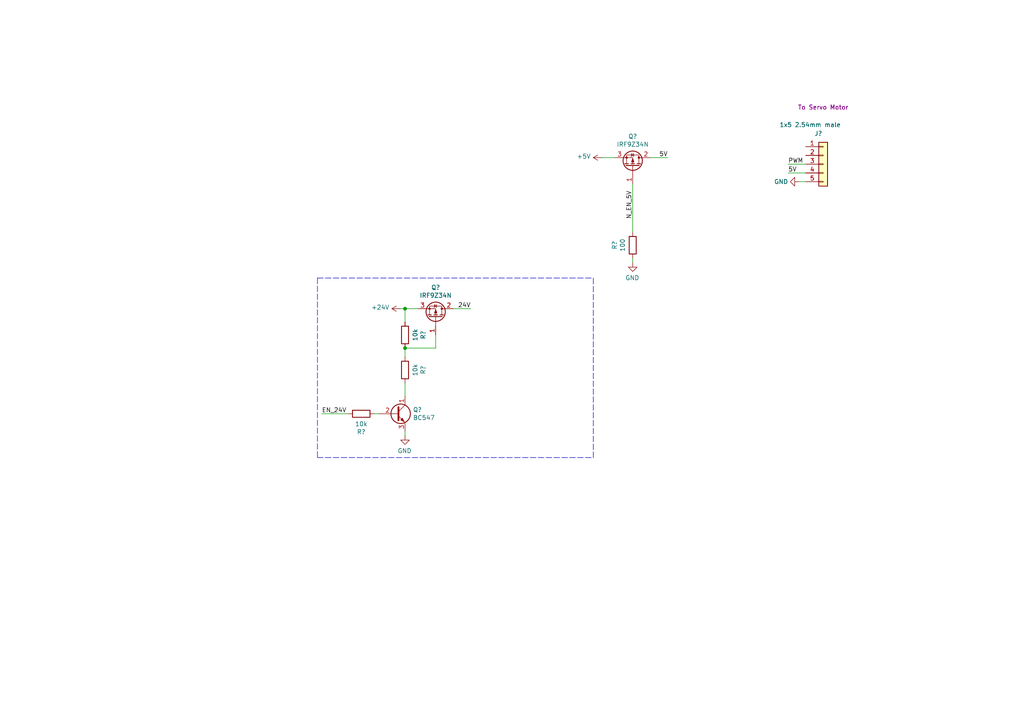
<source format=kicad_sch>
(kicad_sch (version 20211123) (generator eeschema)
  (paper "A4")
  (lib_symbols
    (symbol "Connector_Generic:Conn_01x05" (pin_names (offset 1.016) hide)
      (property "Reference" "J" (at 0 7.62 0))
      (property "Value" "Conn_01x05" (at 0 -7.62 0))
      (symbol "Conn_01x05_1_1"
        (rectangle (start -1.27 -4.953) (end 0 -5.207) (stroke (width 0.1524)))
        (rectangle (start -1.27 -2.413) (end 0 -2.667) (stroke (width 0.1524)))
        (rectangle (start -1.27 0.127) (end 0 -0.127) (stroke (width 0.1524)))
        (rectangle (start -1.27 2.667) (end 0 2.413) (stroke (width 0.1524)))
        (rectangle (start -1.27 5.207) (end 0 4.953) (stroke (width 0.1524)))
        (rectangle (start -1.27 6.35) (end 1.27 -6.35) (stroke (width 0.254)) (fill (type background)))
        (pin passive line (at -5.08 5.08 0) (length 3.81) (name "Pin_1") (number "1"))
        (pin passive line (at -5.08 2.54 0) (length 3.81) (name "Pin_2") (number "2"))
        (pin passive line (at -5.08 0 0) (length 3.81) (name "Pin_3") (number "3"))
        (pin passive line (at -5.08 -2.54 0) (length 3.81) (name "Pin_4") (number "4"))
        (pin passive line (at -5.08 -5.08 0) (length 3.81) (name "Pin_5") (number "5"))
      )
    )
    (symbol "Device:Q_PMOS_GDS" (pin_names (offset 0) hide)
      (property "Reference" "Q" (at 5.08 1.27 0))
      (property "Value" "Q_PMOS_GDS" (at 5.08 -1.27 0))
      (symbol "Q_PMOS_GDS_0_1"
        (polyline (pts (xy 0.254 0) (xy -2.54 0)))
        (polyline (pts (xy 0.254 1.905) (xy 0.254 -1.905)) (stroke (width 0.254)))
        (polyline (pts (xy 0.762 -1.27) (xy 0.762 -2.286)) (stroke (width 0.254)))
        (polyline (pts (xy 0.762 0.508) (xy 0.762 -0.508)) (stroke (width 0.254)))
        (polyline (pts (xy 0.762 2.286) (xy 0.762 1.27)) (stroke (width 0.254)))
        (polyline (pts (xy 2.54 2.54) (xy 2.54 1.778)))
        (polyline (pts (xy 2.54 -2.54) (xy 2.54 0) (xy 0.762 0)))
        (polyline (pts (xy 0.762 1.778) (xy 3.302 1.778) (xy 3.302 -1.778) (xy 0.762 -1.778)))
        (polyline (pts (xy 2.286 0) (xy 1.27 0.381) (xy 1.27 -0.381) (xy 2.286 0)) (fill (type outline)))
        (polyline (pts (xy 2.794 -0.508) (xy 2.921 -0.381) (xy 3.683 -0.381) (xy 3.81 -0.254)))
        (polyline (pts (xy 3.302 -0.381) (xy 2.921 0.254) (xy 3.683 0.254) (xy 3.302 -0.381)))
        (circle (center 1.651 0) (radius 2.794) (stroke (width 0.254)))
        (circle (center 2.54 -1.778) (radius 0.254) (fill (type outline)))
        (circle (center 2.54 1.778) (radius 0.254) (fill (type outline)))
      )
      (symbol "Q_PMOS_GDS_1_1"
        (pin input line (at -5.08 0 0) (length 2.54) (name "G") (number "1"))
        (pin passive line (at 2.54 5.08 270) (length 2.54) (name "D") (number "2"))
        (pin passive line (at 2.54 -5.08 90) (length 2.54) (name "S") (number "3"))
      )
    )
    (symbol "Device:R" (pin_numbers hide) (pin_names (offset 0))
      (property "Reference" "R" (at 2.032 0 90))
      (property "Value" "R" (at 0 0 90))
      (symbol "R_0_1"
        (rectangle (start -1.016 -2.54) (end 1.016 2.54) (stroke (width 0.254)))
      )
      (symbol "R_1_1"
        (pin passive line (at 0 3.81 270) (length 1.27) (name "~") (number "1"))
        (pin passive line (at 0 -3.81 90) (length 1.27) (name "~") (number "2"))
      )
    )
    (symbol "Transistor_BJT:BC547" (pin_names (offset 0) hide)
      (property "Reference" "Q" (at 5.08 1.905 0))
      (property "Value" "BC547" (at 5.08 0 0))
      (symbol "BC547_0_1"
        (polyline (pts (xy 0 0) (xy 0.635 0)))
        (polyline (pts (xy 0.635 0.635) (xy 2.54 2.54)))
        (polyline (pts (xy 0.635 -0.635) (xy 2.54 -2.54) (xy 2.54 -2.54)))
        (polyline (pts (xy 0.635 1.905) (xy 0.635 -1.905) (xy 0.635 -1.905)) (stroke (width 0.508)))
        (polyline (pts (xy 1.27 -1.778) (xy 1.778 -1.27) (xy 2.286 -2.286) (xy 1.27 -1.778) (xy 1.27 -1.778)) (fill (type outline)))
        (circle (center 1.27 0) (radius 2.8194) (stroke (width 0.254)))
      )
      (symbol "BC547_1_1"
        (pin passive line (at 2.54 5.08 270) (length 2.54) (name "C") (number "1"))
        (pin input line (at -5.08 0 0) (length 5.08) (name "B") (number "2"))
        (pin passive line (at 2.54 -5.08 90) (length 2.54) (name "E") (number "3"))
      )
    )
    (symbol "power:+24V" (power) (pin_names (offset 0))
      (property "Value" "+24V" (at 0 3.556 0))
      (symbol "+24V_0_1"
        (polyline (pts (xy -0.762 1.27) (xy 0 2.54)))
        (polyline (pts (xy 0 0) (xy 0 2.54)))
        (polyline (pts (xy 0 2.54) (xy 0.762 1.27)))
      )
      (symbol "+24V_1_1"
        (pin power_in line (at 0 0 90) (length 0) hide (name "+24V") (number "1"))
      )
    )
    (symbol "power:+5V" (power) (pin_names (offset 0))
      (property "Value" "+5V" (at 0 3.556 0))
      (symbol "+5V_0_1"
        (polyline (pts (xy -0.762 1.27) (xy 0 2.54)))
        (polyline (pts (xy 0 0) (xy 0 2.54)))
        (polyline (pts (xy 0 2.54) (xy 0.762 1.27)))
      )
      (symbol "+5V_1_1"
        (pin power_in line (at 0 0 90) (length 0) hide (name "+5V") (number "1"))
      )
    )
    (symbol "power:GND" (power) (pin_names (offset 0))
      (property "Value" "GND" (at 0 -3.81 0))
      (symbol "GND_0_1"
        (polyline (pts (xy 0 0) (xy 0 -1.27) (xy 1.27 -1.27) (xy 0 -2.54) (xy -1.27 -1.27) (xy 0 -1.27)))
      )
      (symbol "GND_1_1"
        (pin power_in line (at 0 0 270) (length 0) hide (name "GND") (number "1"))
      )
    )
  )
  (junction (at 117.475 89.535))
  (junction (at 117.475 100.965))
  (wire (pts (xy 188.595 45.72) (xy 193.675 45.72)))
  (polyline (pts (xy 92.075 132.715) (xy 172.085 132.715)))
  (wire (pts (xy 126.365 100.965) (xy 126.365 97.155)))
  (wire (pts (xy 233.68 50.165) (xy 228.6 50.165)))
  (wire (pts (xy 183.515 76.2) (xy 183.515 74.93)))
  (wire (pts (xy 233.68 47.625) (xy 228.6 47.625)))
  (polyline (pts (xy 92.075 80.645) (xy 92.075 132.715)))
  (wire (pts (xy 183.515 53.34) (xy 183.515 67.31)))
  (polyline (pts (xy 172.085 132.715) (xy 172.085 80.645)))
  (polyline (pts (xy 92.075 80.645) (xy 172.085 80.645)))
  (wire (pts (xy 117.475 100.965) (xy 126.365 100.965)))
  (wire (pts (xy 117.475 93.345) (xy 117.475 89.535)))
  (wire (pts (xy 117.475 114.935) (xy 117.475 111.125)))
  (wire (pts (xy 174.625 45.72) (xy 178.435 45.72)))
  (wire (pts (xy 117.475 89.535) (xy 121.285 89.535)))
  (wire (pts (xy 231.775 52.705) (xy 233.68 52.705)))
  (wire (pts (xy 136.525 89.535) (xy 131.445 89.535)))
  (wire (pts (xy 116.205 89.535) (xy 117.475 89.535)))
  (wire (pts (xy 117.475 103.505) (xy 117.475 100.965)))
  (wire (pts (xy 93.345 120.015) (xy 100.965 120.015)))
  (wire (pts (xy 117.475 126.365) (xy 117.475 125.095)))
  (wire (pts (xy 108.585 120.015) (xy 109.855 120.015)))
  (label "EN_24V" (at 93.345 120.015 0))
  (label "5V" (at 193.675 45.72 180))
  (label "24V" (at 136.525 89.535 180))
  (label "5V" (at 228.6 50.165 0))
  (label "N_EN_5V" (at 183.515 63.5 90))
  (label "PWM" (at 228.6 47.625 0))
  (symbol (lib_id "power:+5V") (at 174.625 45.72 90) (unit 1)
    (property "Reference" "#PWR?" (effects hide))
    (property "Value" "+5V" (at 171.3738 45.339 90) (effects (justify left)))
  )
  (symbol (lib_id "Transistor_BJT:BC547") (at 114.935 120.015 0) (unit 1)
    (property "Reference" "Q?" (at 119.761 118.8466 0) (effects (justify left)))
    (property "Value" "BC547" (at 119.761 121.158 0) (effects (justify left)))
    (property "Footprint" "For_Rasterboard:TO-92_Inline_inf" (effects hide))
  )
  (symbol (lib_id "power:+24V") (at 116.205 89.535 90) (unit 1)
    (property "Reference" "#PWR?" (effects hide))
    (property "Value" "+24V" (at 112.9538 89.154 90) (effects (justify left)))
  )
  (symbol (lib_id "Device:R") (at 183.515 71.12 0) (unit 1)
    (property "Reference" "R?" (at 178.2572 71.12 90))
    (property "Value" "100" (at 180.5686 71.12 90))
    (property "Footprint" "For_Rasterboard:R_Axial_DIN0207_L6.3mm_D2.5mm_Pinf_Horizontal" (effects hide))
  )
  (symbol (lib_id "Device:R") (at 117.475 97.155 180) (unit 1)
    (property "Reference" "R?" (at 122.7328 97.155 90))
    (property "Value" "10k" (at 120.4214 97.155 90))
    (property "Footprint" "Resistor_THT:R_Axial_DIN0207_L6.3mm_D2.5mm_P5.08mm_Vertical" (effects hide))
  )
  (symbol (lib_id "Device:R") (at 104.775 120.015 90) (unit 1)
    (property "Reference" "R?" (at 104.775 125.2728 90))
    (property "Value" "10k" (at 104.775 122.9614 90))
    (property "Footprint" "For_Rasterboard:R_Axial_DIN0207_L6.3mm_D2.5mm_P2.54mm_Vertical" (effects hide))
  )
  (symbol (lib_id "Device:Q_PMOS_GDS") (at 183.515 48.26 270) (mirror x) (unit 1)
    (property "Reference" "Q?" (at 183.515 39.5732 90))
    (property "Value" "IRF9Z34N" (at 183.515 41.8846 90))
    (property "Footprint" "Package_TO_SOT_THT:TO-220-3_Vertical" (effects hide))
  )
  (symbol (lib_id "power:GND") (at 117.475 126.365 0) (mirror y) (unit 1)
    (property "Reference" "#PWR?" (effects hide))
    (property "Value" "GND" (at 117.348 130.7592 0))
  )
  (symbol (lib_id "power:GND") (at 183.515 76.2 0) (mirror y) (unit 1)
    (property "Reference" "#PWR?" (effects hide))
    (property "Value" "GND" (at 183.388 80.5942 0))
  )
  (symbol (lib_id "power:GND") (at 231.775 52.705 270) (unit 1)
    (property "Reference" "#PWR?" (effects hide))
    (property "Value" "GND" (at 228.6 52.7049 90) (effects (justify right)))
  )
  (symbol (lib_id "Connector_Generic:Conn_01x05") (at 238.76 47.625 0) (unit 1)
    (property "Reference" "J?" (at 236.22 38.735 0) (effects (justify left)))
    (property "Value" "1x5 2.54mm male" (at 226.06 36.195 0) (effects (justify left)))
    (property "Footprint" "Connector_PinSocket_2.54mm:PinSocket_1x05_P2.54mm_Vertical" (effects hide))
    (property "Comment" "To Servo Motor" (at 238.76 31.115 0))
  )
  (symbol (lib_id "Device:Q_PMOS_GDS") (at 126.365 92.075 270) (mirror x) (unit 1)
    (property "Reference" "Q?" (at 126.365 83.3882 90))
    (property "Value" "IRF9Z34N" (at 126.365 85.6996 90))
    (property "Footprint" "Package_TO_SOT_THT:TO-220-3_Vertical" (effects hide))
  )
  (symbol (lib_id "Device:R") (at 117.475 107.315 180) (unit 1)
    (property "Reference" "R?" (at 122.7328 107.315 90))
    (property "Value" "10k" (at 120.4214 107.315 90))
    (property "Footprint" "Resistor_THT:R_Axial_DIN0204_L3.6mm_D1.6mm_P2.54mm_Vertical" (effects hide))
  )
)
</source>
